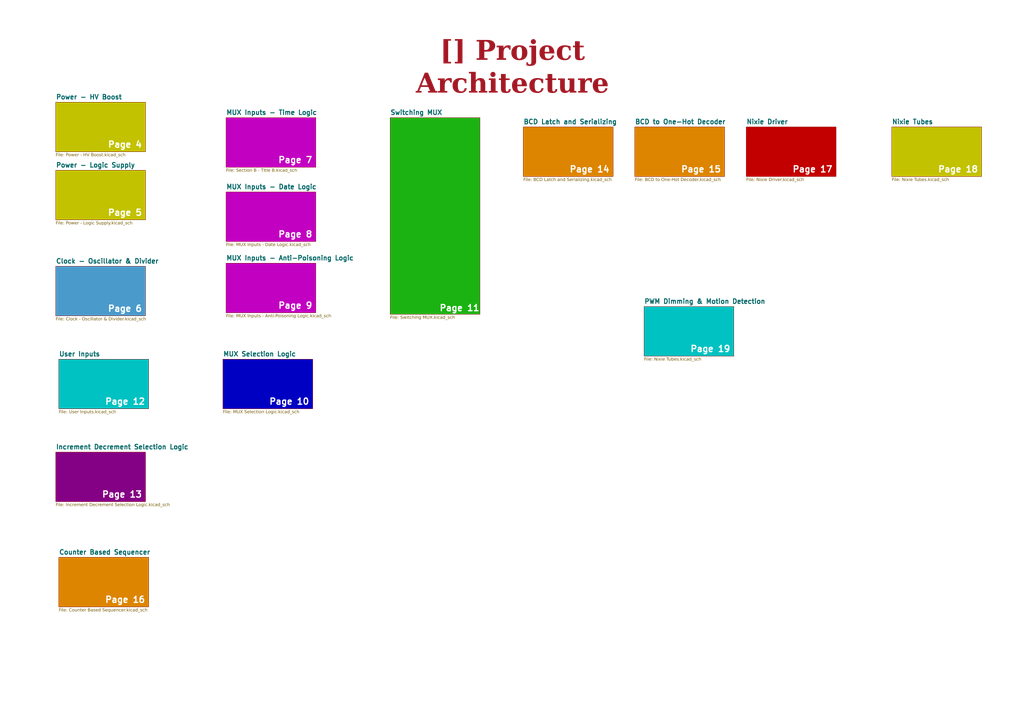
<source format=kicad_sch>
(kicad_sch
	(version 20250114)
	(generator "eeschema")
	(generator_version "9.0")
	(uuid "07236397-3ba4-47af-9809-3faac3a2aa49")
	(paper "A3")
	(title_block
		(title "Project Architecture")
		(date "2025-01-12")
		(rev "${REVISION}")
		(company "${COMPANY}")
	)
	(lib_symbols)
	(arc
		(start -40.6 141.565)
		(mid -40.2251 140.6699)
		(end -39.33 140.295)
		(stroke
			(width 0)
			(type default)
		)
		(fill
			(type none)
		)
		(uuid 033ec2b3-85f4-4ed3-99ec-45ee7b40f8a3)
	)
	(arc
		(start -43.14 127.595)
		(mid -41.3498 128.3448)
		(end -40.6 130.135)
		(stroke
			(width 0)
			(type default)
		)
		(fill
			(type none)
		)
		(uuid 0bf8c18b-90f0-456b-93ca-961b5fa51e0a)
	)
	(arc
		(start -39.33 93.305)
		(mid -40.2251 92.9301)
		(end -40.6 92.035)
		(stroke
			(width 0)
			(type default)
		)
		(fill
			(type none)
		)
		(uuid 19c30b2f-1391-4be0-8a5f-17a3226c0876)
	)
	(arc
		(start -40.6 150.455)
		(mid -41.3439 152.2511)
		(end -43.14 152.995)
		(stroke
			(width 0)
			(type default)
		)
		(fill
			(type none)
		)
		(uuid 1fbe71a1-7c62-4078-8d2b-cbd2e45982e9)
	)
	(arc
		(start -39.33 189.825)
		(mid -40.2251 189.4501)
		(end -40.6 188.555)
		(stroke
			(width 0)
			(type default)
		)
		(fill
			(type none)
		)
		(uuid 3833eed0-1e50-4c1b-8e69-9bf75a0860dd)
	)
	(arc
		(start -40.6 199.985)
		(mid -41.3439 201.7811)
		(end -43.14 202.525)
		(stroke
			(width 0)
			(type default)
		)
		(fill
			(type none)
		)
		(uuid 3f3529c3-ee53-44bf-ad5e-65f16fd08826)
	)
	(arc
		(start -40.6 94.575)
		(mid -40.2251 93.6799)
		(end -39.33 93.305)
		(stroke
			(width 0)
			(type default)
		)
		(fill
			(type none)
		)
		(uuid 5b059745-d833-4f9d-9745-ec7a90904541)
	)
	(arc
		(start -40.6 103.465)
		(mid -41.3439 105.2611)
		(end -43.14 106.005)
		(stroke
			(width 0)
			(type default)
		)
		(fill
			(type none)
		)
		(uuid 62bb3cd5-23b6-4c8e-a8f2-a293aca5d83b)
	)
	(arc
		(start -43.14 80.605)
		(mid -41.3498 81.3548)
		(end -40.6 83.145)
		(stroke
			(width 0)
			(type default)
		)
		(fill
			(type none)
		)
		(uuid 94ad6bc3-4505-4c4a-89fc-83d0c51dd562)
	)
	(arc
		(start -43.14 177.125)
		(mid -41.3498 177.8748)
		(end -40.6 179.665)
		(stroke
			(width 0)
			(type default)
		)
		(fill
			(type none)
		)
		(uuid aa29b2c6-482d-4157-9053-c09562102a7e)
	)
	(arc
		(start -39.33 140.295)
		(mid -40.2251 139.9201)
		(end -40.6 139.025)
		(stroke
			(width 0)
			(type default)
		)
		(fill
			(type none)
		)
		(uuid e14437cc-b90c-4d5a-ac1d-0912e9501fce)
	)
	(arc
		(start -40.6 191.095)
		(mid -40.2251 190.1999)
		(end -39.33 189.825)
		(stroke
			(width 0)
			(type default)
		)
		(fill
			(type none)
		)
		(uuid fabf67c4-8b17-4dea-8cc7-5bcffc66bb1c)
	)
	(text "Page 16"
		(exclude_from_sim no)
		(at 59.69 247.65 0)
		(effects
			(font
				(size 2.54 2.54)
				(bold yes)
				(color 255 255 255 1)
			)
			(justify right bottom)
			(href "#5")
		)
		(uuid "10ae7e8d-8c43-448f-b288-606d183ee523")
	)
	(text "Page 14"
		(exclude_from_sim no)
		(at 250.19 71.12 0)
		(effects
			(font
				(size 2.54 2.54)
				(bold yes)
				(color 255 255 255 1)
			)
			(justify right bottom)
			(href "#5")
		)
		(uuid "2ca8f63a-e839-4dc9-a6c2-737e176be7f7")
	)
	(text "Page 15"
		(exclude_from_sim no)
		(at 295.91 71.12 0)
		(effects
			(font
				(size 2.54 2.54)
				(bold yes)
				(color 255 255 255 1)
			)
			(justify right bottom)
			(href "#5")
		)
		(uuid "5c7ceba2-28f2-4e02-bdc1-d21dfe33d2a8")
	)
	(text "Page 13"
		(exclude_from_sim no)
		(at 58.42 204.47 0)
		(effects
			(font
				(size 2.54 2.54)
				(bold yes)
				(color 255 255 255 1)
			)
			(justify right bottom)
			(href "#5")
		)
		(uuid "8cd38ab0-0f3e-47c2-b1c8-66237e425c79")
	)
	(text "Page 19"
		(exclude_from_sim no)
		(at 299.72 144.78 0)
		(effects
			(font
				(size 2.54 2.54)
				(bold yes)
				(color 255 255 255 1)
			)
			(justify right bottom)
			(href "#5")
		)
		(uuid "a075d0f2-301d-445a-b3a9-71b9c6f1e5f4")
	)
	(text "Page 11"
		(exclude_from_sim no)
		(at 196.85 128.016 0)
		(effects
			(font
				(size 2.54 2.54)
				(bold yes)
				(color 255 255 255 1)
			)
			(justify right bottom)
			(href "#5")
		)
		(uuid "a3fba9a2-a899-496f-8ccc-4db92a5ce391")
	)
	(text "Page 5"
		(exclude_from_sim no)
		(at 58.42 88.9 0)
		(effects
			(font
				(size 2.54 2.54)
				(bold yes)
				(color 255 255 255 1)
			)
			(justify right bottom)
			(href "#5")
		)
		(uuid "b1338f85-b4f7-43de-9819-53baa351d49f")
	)
	(text "Page 7"
		(exclude_from_sim no)
		(at 128.27 67.31 0)
		(effects
			(font
				(size 2.54 2.54)
				(bold yes)
				(color 255 255 255 1)
			)
			(justify right bottom)
			(href "#5")
		)
		(uuid "b60ecde0-2a85-4071-a728-47148cd80779")
	)
	(text "Page 4"
		(exclude_from_sim no)
		(at 58.42 60.96 0)
		(effects
			(font
				(size 2.54 2.54)
				(bold yes)
				(color 255 255 255 1)
			)
			(justify right bottom)
			(href "#5")
		)
		(uuid "c65bfb23-caca-41e3-96ba-a20bf53efd96")
	)
	(text "Page 12"
		(exclude_from_sim no)
		(at 59.69 166.37 0)
		(effects
			(font
				(size 2.54 2.54)
				(bold yes)
				(color 255 255 255 1)
			)
			(justify right bottom)
			(href "#5")
		)
		(uuid "c75a4cd3-684d-47b8-9909-c0ad982fce1e")
	)
	(text "Page 9"
		(exclude_from_sim no)
		(at 128.27 127 0)
		(effects
			(font
				(size 2.54 2.54)
				(bold yes)
				(color 255 255 255 1)
			)
			(justify right bottom)
			(href "#5")
		)
		(uuid "c7eea877-0a00-4601-b609-de6ec85a52d9")
	)
	(text "Page 18"
		(exclude_from_sim no)
		(at 401.32 71.12 0)
		(effects
			(font
				(size 2.54 2.54)
				(bold yes)
				(color 255 255 255 1)
			)
			(justify right bottom)
			(href "#5")
		)
		(uuid "d2978c6d-5e91-4b0d-b154-560e5607bad3")
	)
	(text "Page 17"
		(exclude_from_sim no)
		(at 341.63 71.12 0)
		(effects
			(font
				(size 2.54 2.54)
				(bold yes)
				(color 255 255 255 1)
			)
			(justify right bottom)
			(href "#5")
		)
		(uuid "e384a414-3433-4798-a948-10eb6f76e87b")
	)
	(text "Page 8"
		(exclude_from_sim no)
		(at 128.27 97.79 0)
		(effects
			(font
				(size 2.54 2.54)
				(bold yes)
				(color 255 255 255 1)
			)
			(justify right bottom)
			(href "#5")
		)
		(uuid "efcd79da-fa6e-43e8-b3c3-4f938d8c58c9")
	)
	(text "Page 6"
		(exclude_from_sim no)
		(at 58.42 128.27 0)
		(effects
			(font
				(size 2.54 2.54)
				(bold yes)
				(color 255 255 255 1)
			)
			(justify right bottom)
			(href "#4")
		)
		(uuid "f04f874a-d252-4474-87f2-c34bbb094a4c")
	)
	(text "Page 10"
		(exclude_from_sim no)
		(at 127 166.37 0)
		(effects
			(font
				(size 2.54 2.54)
				(bold yes)
				(color 255 255 255 1)
			)
			(justify right bottom)
			(href "#5")
		)
		(uuid "ffb8bb5b-0c9c-4796-90cd-702bea49ff16")
	)
	(text_box "Description"
		(exclude_from_sim no)
		(at -39.35 137.775 0)
		(size 26.015 5.1)
		(margins 1.4287 1.4287 1.4287 1.4287)
		(stroke
			(width -0.0001)
			(type default)
		)
		(fill
			(type none)
		)
		(effects
			(font
				(size 1.905 1.905)
				(thickness 0.381)
				(bold yes)
				(color 0 0 0 1)
			)
			(justify left top)
		)
		(uuid "3e043b99-c28c-4046-be83-9fcf80667113")
	)
	(text_box "Description"
		(exclude_from_sim no)
		(at -39.35 90.785 0)
		(size 26.015 5.1)
		(margins 1.4287 1.4287 1.4287 1.4287)
		(stroke
			(width -0.0001)
			(type default)
		)
		(fill
			(type none)
		)
		(effects
			(font
				(size 1.905 1.905)
				(thickness 0.381)
				(bold yes)
				(color 0 0 0 1)
			)
			(justify left top)
		)
		(uuid "97bb5e92-ab26-4907-9b80-08d49465fc86")
	)
	(text_box "Description"
		(exclude_from_sim no)
		(at -39.35 187.305 0)
		(size 26.015 5.1)
		(margins 1.4287 1.4287 1.4287 1.4287)
		(stroke
			(width -0.0001)
			(type default)
		)
		(fill
			(type none)
		)
		(effects
			(font
				(size 1.905 1.905)
				(thickness 0.381)
				(bold yes)
				(color 0 0 0 1)
			)
			(justify left top)
		)
		(uuid "ed29784a-7741-454d-b2d2-9929f4ac7046")
	)
	(text_box "[${#}] ${TITLE}"
		(exclude_from_sim no)
		(at 144.78 21.59 0)
		(size 130.81 12.7)
		(margins 5.9999 5.9999 5.9999 5.9999)
		(stroke
			(width -0.0001)
			(type default)
		)
		(fill
			(type none)
		)
		(effects
			(font
				(face "Times New Roman")
				(size 8 8)
				(thickness 1.2)
				(bold yes)
				(color 162 22 34 1)
			)
		)
		(uuid "f4789478-c68e-4cee-9edd-5d11b744f94d")
	)
	(polyline
		(pts
			(xy -40.62 94.595) (xy -40.62 103.485)
		)
		(stroke
			(width 0)
			(type default)
		)
		(uuid "8c7de816-3d34-497f-b0c8-22f80559d2d8")
	)
	(polyline
		(pts
			(xy -40.62 83.165) (xy -40.62 92.055)
		)
		(stroke
			(width 0)
			(type default)
		)
		(uuid "9543d363-0f36-4c41-97bc-b97723f48818")
	)
	(polyline
		(pts
			(xy -40.62 179.685) (xy -40.62 188.575)
		)
		(stroke
			(width 0)
			(type default)
		)
		(uuid "a91e4fa0-d1ae-4815-9559-febfec318e4b")
	)
	(polyline
		(pts
			(xy -40.62 141.585) (xy -40.62 150.475)
		)
		(stroke
			(width 0)
			(type default)
		)
		(uuid "dfd7fa33-2359-4c5b-b17b-6917868a46e2")
	)
	(polyline
		(pts
			(xy -40.62 130.155) (xy -40.62 139.045)
		)
		(stroke
			(width 0)
			(type default)
		)
		(uuid "f4a80f82-840e-431f-ba25-580797e01f59")
	)
	(polyline
		(pts
			(xy -40.62 191.115) (xy -40.62 200.005)
		)
		(stroke
			(width 0)
			(type default)
		)
		(uuid "fbd13a6a-892b-4531-b6ae-601148fd30fb")
	)
	(sheet
		(at 92.71 107.95)
		(size 36.83 20.32)
		(exclude_from_sim no)
		(in_bom yes)
		(on_board yes)
		(dnp no)
		(fields_autoplaced yes)
		(stroke
			(width 0.1524)
			(type solid)
		)
		(fill
			(color 194 0 194 1.0000)
		)
		(uuid "2a8f5d5f-cd49-42b0-95eb-45963ec7e9fa")
		(property "Sheetname" "MUX Inputs - Anti-Poisoning Logic"
			(at 92.71 106.9209 0)
			(effects
				(font
					(size 1.905 1.905)
					(bold yes)
				)
				(justify left bottom)
			)
		)
		(property "Sheetfile" "MUX Inputs - Anti-Poisoning Logic.kicad_sch"
			(at 92.71 128.8546 0)
			(effects
				(font
					(face "Arial")
					(size 1.27 1.27)
				)
				(justify left top)
			)
		)
		(instances
			(project "Nixie_Tube_Clock"
				(path "/f9e05184-c88b-4a88-ae9c-ab2bdb32be7c/c5103ceb-5325-4a84-a025-9638a412984e"
					(page "9")
				)
			)
		)
	)
	(sheet
		(at 365.76 52.07)
		(size 36.83 20.32)
		(exclude_from_sim no)
		(in_bom yes)
		(on_board yes)
		(dnp no)
		(fields_autoplaced yes)
		(stroke
			(width 0.1524)
			(type solid)
		)
		(fill
			(color 194 194 0 1.0000)
		)
		(uuid "3720d38d-b51b-4086-9838-676c28f46435")
		(property "Sheetname" "Nixie Tubes"
			(at 365.76 51.0409 0)
			(effects
				(font
					(size 1.905 1.905)
					(bold yes)
				)
				(justify left bottom)
			)
		)
		(property "Sheetfile" "Nixie Tubes.kicad_sch"
			(at 365.76 72.9746 0)
			(effects
				(font
					(face "Arial")
					(size 1.27 1.27)
				)
				(justify left top)
			)
		)
		(instances
			(project "Nixie_Tube_Clock"
				(path "/f9e05184-c88b-4a88-ae9c-ab2bdb32be7c/c5103ceb-5325-4a84-a025-9638a412984e"
					(page "18")
				)
			)
		)
	)
	(sheet
		(at 306.07 52.07)
		(size 36.83 20.32)
		(exclude_from_sim no)
		(in_bom yes)
		(on_board yes)
		(dnp no)
		(fields_autoplaced yes)
		(stroke
			(width 0.1524)
			(type solid)
		)
		(fill
			(color 194 0 0 1.0000)
		)
		(uuid "59d0a106-38a6-4b01-8e44-18845b2beff2")
		(property "Sheetname" "Nixie Driver"
			(at 306.07 51.0409 0)
			(effects
				(font
					(size 1.905 1.905)
					(bold yes)
				)
				(justify left bottom)
			)
		)
		(property "Sheetfile" "Nixie Driver.kicad_sch"
			(at 306.07 72.9746 0)
			(effects
				(font
					(face "Arial")
					(size 1.27 1.27)
				)
				(justify left top)
			)
		)
		(instances
			(project "Nixie_Tube_Clock"
				(path "/f9e05184-c88b-4a88-ae9c-ab2bdb32be7c/c5103ceb-5325-4a84-a025-9638a412984e"
					(page "17")
				)
			)
		)
	)
	(sheet
		(at 160.02 48.26)
		(size 36.83 80.645)
		(exclude_from_sim no)
		(in_bom yes)
		(on_board yes)
		(dnp no)
		(fields_autoplaced yes)
		(stroke
			(width 0.1524)
			(type solid)
		)
		(fill
			(color 26 179 18 1.0000)
		)
		(uuid "679deaa2-5b4f-4bf4-8609-ac78cb97b70f")
		(property "Sheetname" "Switching MUX"
			(at 160.02 47.2309 0)
			(effects
				(font
					(size 1.905 1.905)
					(bold yes)
				)
				(justify left bottom)
			)
		)
		(property "Sheetfile" "Switching MUX.kicad_sch"
			(at 160.02 129.4896 0)
			(effects
				(font
					(face "Arial")
					(size 1.27 1.27)
				)
				(justify left top)
			)
		)
		(instances
			(project "Nixie_Tube_Clock"
				(path "/f9e05184-c88b-4a88-ae9c-ab2bdb32be7c/c5103ceb-5325-4a84-a025-9638a412984e"
					(page "11")
				)
			)
		)
	)
	(sheet
		(at 24.13 228.6)
		(size 36.83 20.32)
		(exclude_from_sim no)
		(in_bom yes)
		(on_board yes)
		(dnp no)
		(fields_autoplaced yes)
		(stroke
			(width 0.1524)
			(type solid)
		)
		(fill
			(color 221 133 0 1.0000)
		)
		(uuid "6e908440-fac0-4486-8d98-e14e3f92c6d8")
		(property "Sheetname" "Counter Based Sequencer"
			(at 24.13 227.5709 0)
			(effects
				(font
					(size 1.905 1.905)
					(bold yes)
				)
				(justify left bottom)
			)
		)
		(property "Sheetfile" "Counter Based Sequencer.kicad_sch"
			(at 24.13 249.5046 0)
			(effects
				(font
					(face "Arial")
					(size 1.27 1.27)
				)
				(justify left top)
			)
		)
		(instances
			(project "Nixie_Tube_Clock"
				(path "/f9e05184-c88b-4a88-ae9c-ab2bdb32be7c/c5103ceb-5325-4a84-a025-9638a412984e"
					(page "16")
				)
			)
		)
	)
	(sheet
		(at 24.13 147.32)
		(size 36.83 20.32)
		(exclude_from_sim no)
		(in_bom yes)
		(on_board yes)
		(dnp no)
		(fields_autoplaced yes)
		(stroke
			(width 0.1524)
			(type solid)
		)
		(fill
			(color 0 194 194 1.0000)
		)
		(uuid "72f69dce-4bbc-4584-8f77-c879d2253513")
		(property "Sheetname" "User Inputs"
			(at 24.13 146.2909 0)
			(effects
				(font
					(size 1.905 1.905)
					(bold yes)
				)
				(justify left bottom)
			)
		)
		(property "Sheetfile" "User Inputs.kicad_sch"
			(at 24.13 168.2246 0)
			(effects
				(font
					(face "Arial")
					(size 1.27 1.27)
				)
				(justify left top)
			)
		)
		(instances
			(project "Nixie_Tube_Clock"
				(path "/f9e05184-c88b-4a88-ae9c-ab2bdb32be7c/c5103ceb-5325-4a84-a025-9638a412984e"
					(page "12")
				)
			)
		)
	)
	(sheet
		(at 264.16 125.73)
		(size 36.83 20.32)
		(exclude_from_sim no)
		(in_bom yes)
		(on_board yes)
		(dnp no)
		(fields_autoplaced yes)
		(stroke
			(width 0.1524)
			(type solid)
		)
		(fill
			(color 0 194 194 1.0000)
		)
		(uuid "77486052-bd3c-47d1-94e9-41d51e5c8b84")
		(property "Sheetname" "PWM Dimming & Motion Detection"
			(at 264.16 124.7009 0)
			(effects
				(font
					(size 1.905 1.905)
					(bold yes)
				)
				(justify left bottom)
			)
		)
		(property "Sheetfile" "Nixie Tubes.kicad_sch"
			(at 264.16 146.6346 0)
			(effects
				(font
					(face "Arial")
					(size 1.27 1.27)
				)
				(justify left top)
			)
		)
		(instances
			(project "Nixie_Tube_Clock"
				(path "/f9e05184-c88b-4a88-ae9c-ab2bdb32be7c/c5103ceb-5325-4a84-a025-9638a412984e"
					(page "19")
				)
			)
		)
	)
	(sheet
		(at 22.86 69.85)
		(size 36.83 20.32)
		(exclude_from_sim no)
		(in_bom yes)
		(on_board yes)
		(dnp no)
		(fields_autoplaced yes)
		(stroke
			(width 0.1524)
			(type solid)
		)
		(fill
			(color 194 194 0 1.0000)
		)
		(uuid "815bbd14-39a1-4d2c-9465-6bf63e2bc0f9")
		(property "Sheetname" "Power - Logic Supply"
			(at 22.86 68.8209 0)
			(effects
				(font
					(size 1.905 1.905)
					(bold yes)
				)
				(justify left bottom)
			)
		)
		(property "Sheetfile" "Power - Logic Supply.kicad_sch"
			(at 22.86 90.7546 0)
			(effects
				(font
					(face "Arial")
					(size 1.27 1.27)
				)
				(justify left top)
			)
		)
		(instances
			(project "Nixie_Tube_Clock"
				(path "/f9e05184-c88b-4a88-ae9c-ab2bdb32be7c/c5103ceb-5325-4a84-a025-9638a412984e"
					(page "5")
				)
			)
		)
	)
	(sheet
		(at 22.86 185.42)
		(size 36.83 20.32)
		(exclude_from_sim no)
		(in_bom yes)
		(on_board yes)
		(dnp no)
		(fields_autoplaced yes)
		(stroke
			(width 0.1524)
			(type solid)
		)
		(fill
			(color 132 0 132 1.0000)
		)
		(uuid "82e43258-c8f4-4d89-b919-2bdb0b3444cd")
		(property "Sheetname" "Increment Decrement Selection Logic"
			(at 22.86 184.3909 0)
			(effects
				(font
					(size 1.905 1.905)
					(bold yes)
				)
				(justify left bottom)
			)
		)
		(property "Sheetfile" "Increment Decrement Selection Logic.kicad_sch"
			(at 22.86 206.3246 0)
			(effects
				(font
					(face "Arial")
					(size 1.27 1.27)
				)
				(justify left top)
			)
		)
		(instances
			(project "Nixie_Tube_Clock"
				(path "/f9e05184-c88b-4a88-ae9c-ab2bdb32be7c/c5103ceb-5325-4a84-a025-9638a412984e"
					(page "13")
				)
			)
		)
	)
	(sheet
		(at 214.63 52.07)
		(size 36.83 20.32)
		(exclude_from_sim no)
		(in_bom yes)
		(on_board yes)
		(dnp no)
		(fields_autoplaced yes)
		(stroke
			(width 0.1524)
			(type solid)
		)
		(fill
			(color 221 133 0 1.0000)
		)
		(uuid "97124e4f-607a-4b55-9462-060af06ef00b")
		(property "Sheetname" "BCD Latch and Serializing"
			(at 214.63 51.0409 0)
			(effects
				(font
					(size 1.905 1.905)
					(bold yes)
				)
				(justify left bottom)
			)
		)
		(property "Sheetfile" "BCD Latch and Serializing.kicad_sch"
			(at 214.63 72.9746 0)
			(effects
				(font
					(face "Arial")
					(size 1.27 1.27)
				)
				(justify left top)
			)
		)
		(instances
			(project "Nixie_Tube_Clock"
				(path "/f9e05184-c88b-4a88-ae9c-ab2bdb32be7c/c5103ceb-5325-4a84-a025-9638a412984e"
					(page "14")
				)
			)
		)
	)
	(sheet
		(at 22.86 41.91)
		(size 36.83 20.32)
		(exclude_from_sim no)
		(in_bom yes)
		(on_board yes)
		(dnp no)
		(fields_autoplaced yes)
		(stroke
			(width 0.1524)
			(type solid)
		)
		(fill
			(color 194 194 0 1.0000)
		)
		(uuid "a96ebf82-a006-4586-b5ad-f40d67a4a01c")
		(property "Sheetname" "Power - HV Boost"
			(at 22.86 40.8809 0)
			(effects
				(font
					(size 1.905 1.905)
					(bold yes)
				)
				(justify left bottom)
			)
		)
		(property "Sheetfile" "Power - HV Boost.kicad_sch"
			(at 22.86 62.8146 0)
			(effects
				(font
					(face "Arial")
					(size 1.27 1.27)
				)
				(justify left top)
			)
		)
		(instances
			(project "Nixie_Tube_Clock"
				(path "/f9e05184-c88b-4a88-ae9c-ab2bdb32be7c/c5103ceb-5325-4a84-a025-9638a412984e"
					(page "4")
				)
			)
		)
	)
	(sheet
		(at 92.71 78.74)
		(size 36.83 20.32)
		(exclude_from_sim no)
		(in_bom yes)
		(on_board yes)
		(dnp no)
		(fields_autoplaced yes)
		(stroke
			(width 0.1524)
			(type solid)
		)
		(fill
			(color 194 0 194 1.0000)
		)
		(uuid "b0dd3d99-d7aa-4c74-be83-cbd53dc43e16")
		(property "Sheetname" "MUX Inputs - Date Logic"
			(at 92.71 77.7109 0)
			(effects
				(font
					(size 1.905 1.905)
					(bold yes)
				)
				(justify left bottom)
			)
		)
		(property "Sheetfile" "MUX Inputs - Date Logic.kicad_sch"
			(at 92.71 99.6446 0)
			(effects
				(font
					(face "Arial")
					(size 1.27 1.27)
				)
				(justify left top)
			)
		)
		(instances
			(project "Nixie_Tube_Clock"
				(path "/f9e05184-c88b-4a88-ae9c-ab2bdb32be7c/c5103ceb-5325-4a84-a025-9638a412984e"
					(page "8")
				)
			)
		)
	)
	(sheet
		(at 260.35 52.07)
		(size 36.83 20.32)
		(exclude_from_sim no)
		(in_bom yes)
		(on_board yes)
		(dnp no)
		(fields_autoplaced yes)
		(stroke
			(width 0.1524)
			(type solid)
		)
		(fill
			(color 221 133 0 1.0000)
		)
		(uuid "d3075ad5-6972-468b-801e-9e757b15d8ee")
		(property "Sheetname" "BCD to One-Hot Decoder"
			(at 260.35 51.0409 0)
			(effects
				(font
					(size 1.905 1.905)
					(bold yes)
				)
				(justify left bottom)
			)
		)
		(property "Sheetfile" "BCD to One-Hot Decoder.kicad_sch"
			(at 260.35 72.9746 0)
			(effects
				(font
					(face "Arial")
					(size 1.27 1.27)
				)
				(justify left top)
			)
		)
		(instances
			(project "Nixie_Tube_Clock"
				(path "/f9e05184-c88b-4a88-ae9c-ab2bdb32be7c/c5103ceb-5325-4a84-a025-9638a412984e"
					(page "15")
				)
			)
		)
	)
	(sheet
		(at 92.71 48.26)
		(size 36.83 20.32)
		(exclude_from_sim no)
		(in_bom yes)
		(on_board yes)
		(dnp no)
		(fields_autoplaced yes)
		(stroke
			(width 0.1524)
			(type solid)
		)
		(fill
			(color 194 0 194 1.0000)
		)
		(uuid "e744f3ce-03a6-44a6-8792-1447ef232b9a")
		(property "Sheetname" "MUX Inputs - Time Logic"
			(at 92.71 47.2309 0)
			(effects
				(font
					(size 1.905 1.905)
					(bold yes)
				)
				(justify left bottom)
			)
		)
		(property "Sheetfile" "Section B - TItle B.kicad_sch"
			(at 92.71 69.1646 0)
			(effects
				(font
					(face "Arial")
					(size 1.27 1.27)
				)
				(justify left top)
			)
		)
		(instances
			(project "Nixie_Tube_Clock"
				(path "/f9e05184-c88b-4a88-ae9c-ab2bdb32be7c/c5103ceb-5325-4a84-a025-9638a412984e"
					(page "7")
				)
			)
		)
	)
	(sheet
		(at 91.44 147.32)
		(size 36.83 20.32)
		(exclude_from_sim no)
		(in_bom yes)
		(on_board yes)
		(dnp no)
		(fields_autoplaced yes)
		(stroke
			(width 0.1524)
			(type solid)
		)
		(fill
			(color 0 0 194 1.0000)
		)
		(uuid "eafdb10b-8bee-44fc-a926-9f80434f1164")
		(property "Sheetname" "MUX Selection Logic"
			(at 91.44 146.2909 0)
			(effects
				(font
					(size 1.905 1.905)
					(bold yes)
				)
				(justify left bottom)
			)
		)
		(property "Sheetfile" "MUX Selection Logic.kicad_sch"
			(at 91.44 168.2246 0)
			(effects
				(font
					(face "Arial")
					(size 1.27 1.27)
				)
				(justify left top)
			)
		)
		(instances
			(project "Nixie_Tube_Clock"
				(path "/f9e05184-c88b-4a88-ae9c-ab2bdb32be7c/c5103ceb-5325-4a84-a025-9638a412984e"
					(page "10")
				)
			)
		)
	)
	(sheet
		(at 22.86 109.22)
		(size 36.83 20.32)
		(exclude_from_sim no)
		(in_bom yes)
		(on_board yes)
		(dnp no)
		(fields_autoplaced yes)
		(stroke
			(width 0.1524)
			(type solid)
		)
		(fill
			(color 74 155 203 1.0000)
		)
		(uuid "f06537ee-772d-44d3-8c50-e0ba41038c9c")
		(property "Sheetname" "Clock - Oscillator & Divider"
			(at 22.86 108.1909 0)
			(effects
				(font
					(size 1.905 1.905)
					(bold yes)
				)
				(justify left bottom)
			)
		)
		(property "Sheetfile" "Clock - Oscillator & Divider.kicad_sch"
			(at 22.86 130.1246 0)
			(effects
				(font
					(face "Arial")
					(size 1.27 1.27)
				)
				(justify left top)
			)
		)
		(instances
			(project "Nixie_Tube_Clock"
				(path "/f9e05184-c88b-4a88-ae9c-ab2bdb32be7c/c5103ceb-5325-4a84-a025-9638a412984e"
					(page "6")
				)
			)
		)
	)
)

</source>
